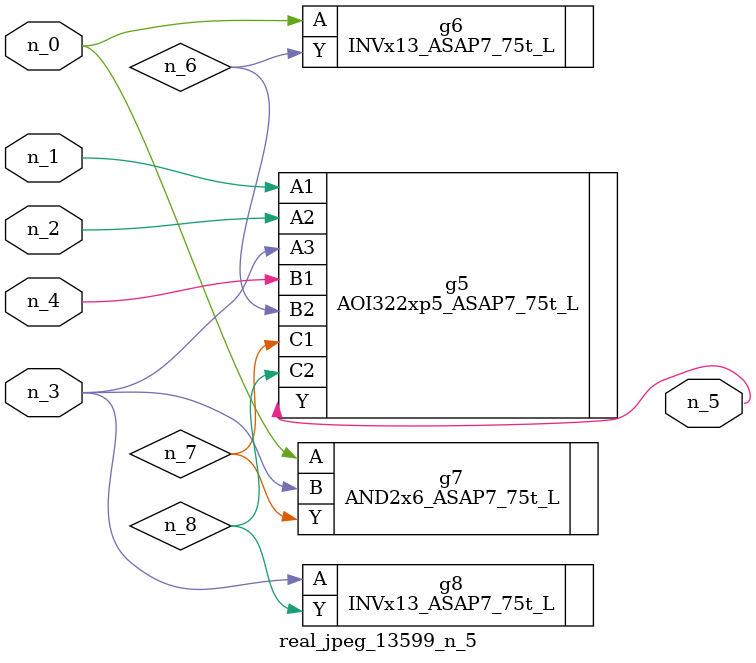
<source format=v>
module real_jpeg_13599_n_5 (n_4, n_0, n_1, n_2, n_3, n_5);

input n_4;
input n_0;
input n_1;
input n_2;
input n_3;

output n_5;

wire n_8;
wire n_6;
wire n_7;

INVx13_ASAP7_75t_L g6 ( 
.A(n_0),
.Y(n_6)
);

AND2x6_ASAP7_75t_L g7 ( 
.A(n_0),
.B(n_3),
.Y(n_7)
);

AOI322xp5_ASAP7_75t_L g5 ( 
.A1(n_1),
.A2(n_2),
.A3(n_3),
.B1(n_4),
.B2(n_6),
.C1(n_7),
.C2(n_8),
.Y(n_5)
);

INVx13_ASAP7_75t_L g8 ( 
.A(n_3),
.Y(n_8)
);


endmodule
</source>
